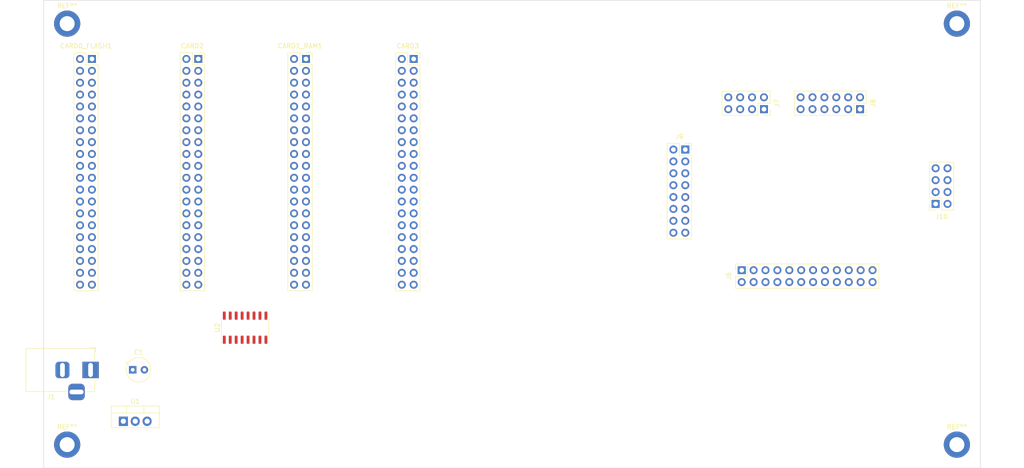
<source format=kicad_pcb>
(kicad_pcb (version 20211014) (generator pcbnew)
  (layers (0 "F.Cu" signal) (31 "B.Cu" signal) (34 "B.Paste" user) (35 "F.Paste" user) (36 "B.SilkS" user "B.Silkscreen") (37 "F.SilkS" user "F.Silkscreen") (38 "B.Mask" user) (39 "F.Mask" user) (44 "Edge.Cuts" user))
  (net 0 "")
  (net 1 "Net-(J1-Pad1)")
  (net 2 "/GND")
  (net 3 "/VCC")
  (net 13 "/A1")
  (net 14 "/A2")
  (net 15 "/A3")
  (net 16 "/RW")
  (net 17 "/A4")
  (net 19 "/A5")
  (net 21 "/A6")
  (net 23 "/A7")
  (net 25 "/A8")
  (net 27 "/A9")
  (net 29 "/A10")
  (net 31 "/A11")
  (net 33 "/A12")
  (net 34 "/D0")
  (net 35 "/A13")
  (net 36 "/D1")
  (net 37 "/A14")
  (net 38 "/D2")
  (net 39 "/A15")
  (net 40 "/D3")
  (net 41 "/A16")
  (net 42 "/D4")
  (net 43 "/A17")
  (net 44 "/D5")
  (net 45 "/A18")
  (net 46 "/D6")
  (net 47 "/A19")
  (net 48 "/D7")
  (net 49 "/A20")
  (net 74 "/A23")
  (net 75 "/A22")
  (net 76 "/A21")
  (net 77 "/D15")
  (net 78 "/D14")
  (net 79 "/D13")
  (net 80 "/D12")
  (net 81 "/D11")
  (net 82 "/D10")
  (net 83 "/D9")
  (net 84 "/D8")
  (net 85 "/E")
  (net 86 "/IPL2")
  (net 87 "/VMA")
  (net 88 "/IPL1")
  (net 89 "/VPA")
  (net 90 "/IPL0")
  (net 91 "/FC0")
  (net 92 "/HALT")
  (net 93 "/FC1")
  (net 94 "/RESET")
  (net 95 "/FC2")
  (net 96 "/BERR")
  (net 97 "/BR")
  (net 98 "/DTACK")
  (net 99 "/BG")
  (net 100 "/LDS")
  (net 101 "/BGACK")
  (net 102 "/UDS")
  (net 103 "/AS")
  (net 107 "/CLK")
  (net 108 "/CS3")
  (net 109 "/CS0")
  (net 110 "/CS1")
  (net 111 "/CS2")
  (footprint "Connector_BarrelJack:BarrelJack_Horizontal" (layer "F.Cu") (at 30 99.0425)
    (fp_text reference "J1" (at -8.45 5.75) (layer "F.SilkS"))
    (fp_text value "Barrel_Jack")
    (fp_line (start 0.9 -4.6) (end 0.9 -2) (layer "F.SilkS") (width 0.12))
    (fp_line (start -5 4.6) (end -13.8 4.6) (layer "F.SilkS") (width 0.12))
    (fp_line (start 0.9 4.6) (end -1 4.6) (layer "F.SilkS") (width 0.12))
    (fp_line (start -13.8 4.6) (end -13.8 -4.6) (layer "F.SilkS") (width 0.12))
    (fp_line (start 1.1 -3.75) (end 1.1 -4.8) (layer "F.SilkS") (width 0.12))
    (fp_line (start -13.8 -4.6) (end 0.9 -4.6) (layer "F.SilkS") (width 0.12))
    (fp_line (start 0.05 -4.8) (end 1.1 -4.8) (layer "F.SilkS") (width 0.12))
    (fp_line (start 0.9 1.9) (end 0.9 4.6) (layer "F.SilkS") (width 0.12))
    (pad "1" thru_hole rect (at 0 0) (size 3.5 3.5) (drill oval 1 3) (layers *.Cu *.Mask) (net 1 "Net-(J1-Pad1)"))
    (pad "2" thru_hole roundrect (at -6 0) (size 3 3.5) (drill oval 1 3) (layers *.Cu *.Mask) (net 2 "/GND"))
    (pad "3" thru_hole roundrect (at -3 4.7) (size 3.5 3.5) (drill oval 3 1) (layers *.Cu *.Mask))
  )
  (footprint "MountingHole:MountingHole_3.2mm_M3_DIN965_Pad" (layer "F.Cu") (at 25 25)
    (fp_text reference "REF**" (at 0 -3.8) (layer "F.SilkS"))
    (fp_text value "MountingHole_3.2mm_M3_DIN965_Pad")
    (pad "1" thru_hole circle (at 0 0) (size 5.6 5.6) (drill 3.2) (layers *.Cu *.Mask))
  )
  (footprint "Connector_PinSocket_2.54mm:PinSocket_2x20_P2.54mm_Vertical" (layer "F.Cu") (at 30.29 32.55)
    (fp_text reference "CARD0_FLASH1" (at -1.27 -2.77) (layer "F.SilkS"))
    (fp_text value "Conn_02x20_Odd_Even")
    (fp_line (start -3.87 -1.33) (end -3.87 49.59) (layer "F.SilkS") (width 0.12))
    (fp_line (start -1.27 1.27) (end 1.33 1.27) (layer "F.SilkS") (width 0.12))
    (fp_line (start 1.33 -1.33) (end 1.33 0) (layer "F.SilkS") (width 0.12))
    (fp_line (start -3.87 -1.33) (end -1.27 -1.33) (layer "F.SilkS") (width 0.12))
    (fp_line (start -3.87 49.59) (end 1.33 49.59) (layer "F.SilkS") (width 0.12))
    (fp_line (start 1.33 1.27) (end 1.33 49.59) (layer "F.SilkS") (width 0.12))
    (fp_line (start 0 -1.33) (end 1.33 -1.33) (layer "F.SilkS") (width 0.12))
    (fp_line (start -1.27 -1.33) (end -1.27 1.27) (layer "F.SilkS") (width 0.12))
    (pad "1" thru_hole rect (at 0 0) (size 1.7 1.7) (drill 1) (layers *.Cu *.Mask) (net 3 "/VCC"))
    (pad "2" thru_hole oval (at -2.54 0) (size 1.7 1.7) (drill 1) (layers *.Cu *.Mask) (net 13 "/A1"))
    (pad "3" thru_hole oval (at 0 2.54) (size 1.7 1.7) (drill 1) (layers *.Cu *.Mask) (net 2 "/GND"))
    (pad "4" thru_hole oval (at -2.54 2.54) (size 1.7 1.7) (drill 1) (layers *.Cu *.Mask) (net 14 "/A2"))
    (pad "5" thru_hole oval (at 0 5.08) (size 1.7 1.7) (drill 1) (layers *.Cu *.Mask) (net 109 "/CS0"))
    (pad "6" thru_hole oval (at -2.54 5.08) (size 1.7 1.7) (drill 1) (layers *.Cu *.Mask) (net 15 "/A3"))
    (pad "7" thru_hole oval (at 0 7.62) (size 1.7 1.7) (drill 1) (layers *.Cu *.Mask) (net 16 "/RW"))
    (pad "8" thru_hole oval (at -2.54 7.62) (size 1.7 1.7) (drill 1) (layers *.Cu *.Mask) (net 17 "/A4"))
    (pad "9" thru_hole oval (at 0 10.16) (size 1.7 1.7) (drill 1) (layers *.Cu *.Mask))
    (pad "10" thru_hole oval (at -2.54 10.16) (size 1.7 1.7) (drill 1) (layers *.Cu *.Mask) (net 19 "/A5"))
    (pad "11" thru_hole oval (at 0 12.7) (size 1.7 1.7) (drill 1) (layers *.Cu *.Mask))
    (pad "12" thru_hole oval (at -2.54 12.7) (size 1.7 1.7) (drill 1) (layers *.Cu *.Mask) (net 21 "/A6"))
    (pad "13" thru_hole oval (at 0 15.24) (size 1.7 1.7) (drill 1) (layers *.Cu *.Mask))
    (pad "14" thru_hole oval (at -2.54 15.24) (size 1.7 1.7) (drill 1) (layers *.Cu *.Mask) (net 23 "/A7"))
    (pad "15" thru_hole oval (at 0 17.78) (size 1.7 1.7) (drill 1) (layers *.Cu *.Mask))
    (pad "16" thru_hole oval (at -2.54 17.78) (size 1.7 1.7) (drill 1) (layers *.Cu *.Mask) (net 25 "/A8"))
    (pad "17" thru_hole oval (at 0 20.32) (size 1.7 1.7) (drill 1) (layers *.Cu *.Mask))
    (pad "18" thru_hole oval (at -2.54 20.32) (size 1.7 1.7) (drill 1) (layers *.Cu *.Mask) (net 27 "/A9"))
    (pad "19" thru_hole oval (at 0 22.86) (size 1.7 1.7) (drill 1) (layers *.Cu *.Mask))
    (pad "20" thru_hole oval (at -2.54 22.86) (size 1.7 1.7) (drill 1) (layers *.Cu *.Mask) (net 29 "/A10"))
    (pad "21" thru_hole oval (at 0 25.4) (size 1.7 1.7) (drill 1) (layers *.Cu *.Mask))
    (pad "22" thru_hole oval (at -2.54 25.4) (size 1.7 1.7) (drill 1) (layers *.Cu *.Mask) (net 31 "/A11"))
    (pad "23" thru_hole oval (at 0 27.94) (size 1.7 1.7) (drill 1) (layers *.Cu *.Mask))
    (pad "24" thru_hole oval (at -2.54 27.94) (size 1.7 1.7) (drill 1) (layers *.Cu *.Mask) (net 33 "/A12"))
    (pad "25" thru_hole oval (at 0 30.48) (size 1.7 1.7) (drill 1) (layers *.Cu *.Mask) (net 34 "/D0"))
    (pad "26" thru_hole oval (at -2.54 30.48) (size 1.7 1.7) (drill 1) (layers *.Cu *.Mask) (net 35 "/A13"))
    (pad "27" thru_hole oval (at 0 33.02) (size 1.7 1.7) (drill 1) (layers *.Cu *.Mask) (net 36 "/D1"))
    (pad "28" thru_hole oval (at -2.54 33.02) (size 1.7 1.7) (drill 1) (layers *.Cu *.Mask) (net 37 "/A14"))
    (pad "29" thru_hole oval (at 0 35.56) (size 1.7 1.7) (drill 1) (layers *.Cu *.Mask) (net 38 "/D2"))
    (pad "30" thru_hole oval (at -2.54 35.56) (size 1.7 1.7) (drill 1) (layers *.Cu *.Mask) (net 39 "/A15"))
    (pad "31" thru_hole oval (at 0 38.1) (size 1.7 1.7) (drill 1) (layers *.Cu *.Mask) (net 40 "/D3"))
    (pad "32" thru_hole oval (at -2.54 38.1) (size 1.7 1.7) (drill 1) (layers *.Cu *.Mask) (net 41 "/A16"))
    (pad "33" thru_hole oval (at 0 40.64) (size 1.7 1.7) (drill 1) (layers *.Cu *.Mask) (net 42 "/D4"))
    (pad "34" thru_hole oval (at -2.54 40.64) (size 1.7 1.7) (drill 1) (layers *.Cu *.Mask) (net 43 "/A17"))
    (pad "35" thru_hole oval (at 0 43.18) (size 1.7 1.7) (drill 1) (layers *.Cu *.Mask) (net 44 "/D5"))
    (pad "36" thru_hole oval (at -2.54 43.18) (size 1.7 1.7) (drill 1) (layers *.Cu *.Mask) (net 45 "/A18"))
    (pad "37" thru_hole oval (at 0 45.72) (size 1.7 1.7) (drill 1) (layers *.Cu *.Mask) (net 46 "/D6"))
    (pad "38" thru_hole oval (at -2.54 45.72) (size 1.7 1.7) (drill 1) (layers *.Cu *.Mask) (net 47 "/A19"))
    (pad "39" thru_hole oval (at 0 48.26) (size 1.7 1.7) (drill 1) (layers *.Cu *.Mask) (net 48 "/D7"))
    (pad "40" thru_hole oval (at -2.54 48.26) (size 1.7 1.7) (drill 1) (layers *.Cu *.Mask) (net 49 "/A20"))
  )
  (footprint "Connector_PinSocket_2.54mm:PinSocket_2x20_P2.54mm_Vertical" (layer "F.Cu") (at 76 32.55)
    (fp_text reference "CARD1_RAM1" (at -1.27 -2.77) (layer "F.SilkS"))
    (fp_text value "Conn_02x20_Odd_Even")
    (fp_line (start -3.87 -1.33) (end -3.87 49.59) (layer "F.SilkS") (width 0.12))
    (fp_line (start -1.27 -1.33) (end -1.27 1.27) (layer "F.SilkS") (width 0.12))
    (fp_line (start 1.33 -1.33) (end 1.33 0) (layer "F.SilkS") (width 0.12))
    (fp_line (start -3.87 -1.33) (end -1.27 -1.33) (layer "F.SilkS") (width 0.12))
    (fp_line (start 0 -1.33) (end 1.33 -1.33) (layer "F.SilkS") (width 0.12))
    (fp_line (start -3.87 49.59) (end 1.33 49.59) (layer "F.SilkS") (width 0.12))
    (fp_line (start -1.27 1.27) (end 1.33 1.27) (layer "F.SilkS") (width 0.12))
    (fp_line (start 1.33 1.27) (end 1.33 49.59) (layer "F.SilkS") (width 0.12))
    (pad "1" thru_hole rect (at 0 0) (size 1.7 1.7) (drill 1) (layers *.Cu *.Mask) (net 3 "/VCC"))
    (pad "2" thru_hole oval (at -2.54 0) (size 1.7 1.7) (drill 1) (layers *.Cu *.Mask) (net 13 "/A1"))
    (pad "3" thru_hole oval (at 0 2.54) (size 1.7 1.7) (drill 1) (layers *.Cu *.Mask) (net 2 "/GND"))
    (pad "4" thru_hole oval (at -2.54 2.54) (size 1.7 1.7) (drill 1) (layers *.Cu *.Mask) (net 14 "/A2"))
    (pad "5" thru_hole oval (at 0 5.08) (size 1.7 1.7) (drill 1) (layers *.Cu *.Mask) (net 110 "/CS1"))
    (pad "6" thru_hole oval (at -2.54 5.08) (size 1.7 1.7) (drill 1) (layers *.Cu *.Mask) (net 15 "/A3"))
    (pad "7" thru_hole oval (at 0 7.62) (size 1.7 1.7) (drill 1) (layers *.Cu *.Mask) (net 16 "/RW"))
    (pad "8" thru_hole oval (at -2.54 7.62) (size 1.7 1.7) (drill 1) (layers *.Cu *.Mask) (net 17 "/A4"))
    (pad "9" thru_hole oval (at 0 10.16) (size 1.7 1.7) (drill 1) (layers *.Cu *.Mask))
    (pad "10" thru_hole oval (at -2.54 10.16) (size 1.7 1.7) (drill 1) (layers *.Cu *.Mask) (net 19 "/A5"))
    (pad "11" thru_hole oval (at 0 12.7) (size 1.7 1.7) (drill 1) (layers *.Cu *.Mask))
    (pad "12" thru_hole oval (at -2.54 12.7) (size 1.7 1.7) (drill 1) (layers *.Cu *.Mask) (net 21 "/A6"))
    (pad "13" thru_hole oval (at 0 15.24) (size 1.7 1.7) (drill 1) (layers *.Cu *.Mask))
    (pad "14" thru_hole oval (at -2.54 15.24) (size 1.7 1.7) (drill 1) (layers *.Cu *.Mask) (net 23 "/A7"))
    (pad "15" thru_hole oval (at 0 17.78) (size 1.7 1.7) (drill 1) (layers *.Cu *.Mask))
    (pad "16" thru_hole oval (at -2.54 17.78) (size 1.7 1.7) (drill 1) (layers *.Cu *.Mask) (net 25 "/A8"))
    (pad "17" thru_hole oval (at 0 20.32) (size 1.7 1.7) (drill 1) (layers *.Cu *.Mask))
    (pad "18" thru_hole oval (at -2.54 20.32) (size 1.7 1.7) (drill 1) (layers *.Cu *.Mask) (net 27 "/A9"))
    (pad "19" thru_hole oval (at 0 22.86) (size 1.7 1.7) (drill 1) (layers *.Cu *.Mask))
    (pad "20" thru_hole oval (at -2.54 22.86) (size 1.7 1.7) (drill 1) (layers *.Cu *.Mask) (net 29 "/A10"))
    (pad "21" thru_hole oval (at 0 25.4) (size 1.7 1.7) (drill 1) (layers *.Cu *.Mask))
    (pad "22" thru_hole oval (at -2.54 25.4) (size 1.7 1.7) (drill 1) (layers *.Cu *.Mask) (net 31 "/A11"))
    (pad "23" thru_hole oval (at 0 27.94) (size 1.7 1.7) (drill 1) (layers *.Cu *.Mask))
    (pad "24" thru_hole oval (at -2.54 27.94) (size 1.7 1.7) (drill 1) (layers *.Cu *.Mask) (net 33 "/A12"))
    (pad "25" thru_hole oval (at 0 30.48) (size 1.7 1.7) (drill 1) (layers *.Cu *.Mask) (net 34 "/D0"))
    (pad "26" thru_hole oval (at -2.54 30.48) (size 1.7 1.7) (drill 1) (layers *.Cu *.Mask) (net 35 "/A13"))
    (pad "27" thru_hole oval (at 0 33.02) (size 1.7 1.7) (drill 1) (layers *.Cu *.Mask) (net 36 "/D1"))
    (pad "28" thru_hole oval (at -2.54 33.02) (size 1.7 1.7) (drill 1) (layers *.Cu *.Mask) (net 37 "/A14"))
    (pad "29" thru_hole oval (at 0 35.56) (size 1.7 1.7) (drill 1) (layers *.Cu *.Mask) (net 38 "/D2"))
    (pad "30" thru_hole oval (at -2.54 35.56) (size 1.7 1.7) (drill 1) (layers *.Cu *.Mask) (net 39 "/A15"))
    (pad "31" thru_hole oval (at 0 38.1) (size 1.7 1.7) (drill 1) (layers *.Cu *.Mask) (net 40 "/D3"))
    (pad "32" thru_hole oval (at -2.54 38.1) (size 1.7 1.7) (drill 1) (layers *.Cu *.Mask) (net 41 "/A16"))
    (pad "33" thru_hole oval (at 0 40.64) (size 1.7 1.7) (drill 1) (layers *.Cu *.Mask) (net 42 "/D4"))
    (pad "34" thru_hole oval (at -2.54 40.64) (size 1.7 1.7) (drill 1) (layers *.Cu *.Mask) (net 43 "/A17"))
    (pad "35" thru_hole oval (at 0 43.18) (size 1.7 1.7) (drill 1) (layers *.Cu *.Mask) (net 44 "/D5"))
    (pad "36" thru_hole oval (at -2.54 43.18) (size 1.7 1.7) (drill 1) (layers *.Cu *.Mask) (net 45 "/A18"))
    (pad "37" thru_hole oval (at 0 45.72) (size 1.7 1.7) (drill 1) (layers *.Cu *.Mask) (net 46 "/D6"))
    (pad "38" thru_hole oval (at -2.54 45.72) (size 1.7 1.7) (drill 1) (layers *.Cu *.Mask) (net 47 "/A19"))
    (pad "39" thru_hole oval (at 0 48.26) (size 1.7 1.7) (drill 1) (layers *.Cu *.Mask) (net 48 "/D7"))
    (pad "40" thru_hole oval (at -2.54 48.26) (size 1.7 1.7) (drill 1) (layers *.Cu *.Mask) (net 49 "/A20"))
  )
  (footprint "MountingHole:MountingHole_3.2mm_M3_DIN965_Pad" (layer "F.Cu") (at 215 115)
    (fp_text reference "REF**" (at 0 -3.8) (layer "F.SilkS"))
    (fp_text value "MountingHole_3.2mm_M3_DIN965_Pad")
    (pad "1" thru_hole circle (at 0 0) (size 5.6 5.6) (drill 3.2) (layers *.Cu *.Mask))
  )
  (footprint "Connector_PinSocket_2.54mm:PinSocket_2x20_P2.54mm_Vertical" (layer "F.Cu") (at 53 32.55)
    (fp_text reference "CARD2" (at -1.27 -2.77) (layer "F.SilkS"))
    (fp_text value "Conn_02x20_Odd_Even")
    (fp_line (start 1.33 1.27) (end 1.33 49.59) (layer "F.SilkS") (width 0.12))
    (fp_line (start 0 -1.33) (end 1.33 -1.33) (layer "F.SilkS") (width 0.12))
    (fp_line (start -3.87 -1.33) (end -3.87 49.59) (layer "F.SilkS") (width 0.12))
    (fp_line (start -3.87 49.59) (end 1.33 49.59) (layer "F.SilkS") (width 0.12))
    (fp_line (start -1.27 1.27) (end 1.33 1.27) (layer "F.SilkS") (width 0.12))
    (fp_line (start -1.27 -1.33) (end -1.27 1.27) (layer "F.SilkS") (width 0.12))
    (fp_line (start 1.33 -1.33) (end 1.33 0) (layer "F.SilkS") (width 0.12))
    (fp_line (start -3.87 -1.33) (end -1.27 -1.33) (layer "F.SilkS") (width 0.12))
    (pad "1" thru_hole rect (at 0 0) (size 1.7 1.7) (drill 1) (layers *.Cu *.Mask) (net 3 "/VCC"))
    (pad "2" thru_hole oval (at -2.54 0) (size 1.7 1.7) (drill 1) (layers *.Cu *.Mask) (net 13 "/A1"))
    (pad "3" thru_hole oval (at 0 2.54) (size 1.7 1.7) (drill 1) (layers *.Cu *.Mask) (net 2 "/GND"))
    (pad "4" thru_hole oval (at -2.54 2.54) (size 1.7 1.7) (drill 1) (layers *.Cu *.Mask) (net 14 "/A2"))
    (pad "5" thru_hole oval (at 0 5.08) (size 1.7 1.7) (drill 1) (layers *.Cu *.Mask) (net 111 "/CS2"))
    (pad "6" thru_hole oval (at -2.54 5.08) (size 1.7 1.7) (drill 1) (layers *.Cu *.Mask) (net 15 "/A3"))
    (pad "7" thru_hole oval (at 0 7.62) (size 1.7 1.7) (drill 1) (layers *.Cu *.Mask) (net 16 "/RW"))
    (pad "8" thru_hole oval (at -2.54 7.62) (size 1.7 1.7) (drill 1) (layers *.Cu *.Mask) (net 17 "/A4"))
    (pad "9" thru_hole oval (at 0 10.16) (size 1.7 1.7) (drill 1) (layers *.Cu *.Mask))
    (pad "10" thru_hole oval (at -2.54 10.16) (size 1.7 1.7) (drill 1) (layers *.Cu *.Mask) (net 19 "/A5"))
    (pad "11" thru_hole oval (at 0 12.7) (size 1.7 1.7) (drill 1) (layers *.Cu *.Mask))
    (pad "12" thru_hole oval (at -2.54 12.7) (size 1.7 1.7) (drill 1) (layers *.Cu *.Mask) (net 21 "/A6"))
    (pad "13" thru_hole oval (at 0 15.24) (size 1.7 1.7) (drill 1) (layers *.Cu *.Mask))
    (pad "14" thru_hole oval (at -2.54 15.24) (size 1.7 1.7) (drill 1) (layers *.Cu *.Mask) (net 23 "/A7"))
    (pad "15" thru_hole oval (at 0 17.78) (size 1.7 1.7) (drill 1) (layers *.Cu *.Mask))
    (pad "16" thru_hole oval (at -2.54 17.78) (size 1.7 1.7) (drill 1) (layers *.Cu *.Mask) (net 25 "/A8"))
    (pad "17" thru_hole oval (at 0 20.32) (size 1.7 1.7) (drill 1) (layers *.Cu *.Mask))
    (pad "18" thru_hole oval (at -2.54 20.32) (size 1.7 1.7) (drill 1) (layers *.Cu *.Mask) (net 27 "/A9"))
    (pad "19" thru_hole oval (at 0 22.86) (size 1.7 1.7) (drill 1) (layers *.Cu *.Mask))
    (pad "20" thru_hole oval (at -2.54 22.86) (size 1.7 1.7) (drill 1) (layers *.Cu *.Mask) (net 29 "/A10"))
    (pad "21" thru_hole oval (at 0 25.4) (size 1.7 1.7) (drill 1) (layers *.Cu *.Mask))
    (pad "22" thru_hole oval (at -2.54 25.4) (size 1.7 1.7) (drill 1) (layers *.Cu *.Mask) (net 31 "/A11"))
    (pad "23" thru_hole oval (at 0 27.94) (size 1.7 1.7) (drill 1) (layers *.Cu *.Mask))
    (pad "24" thru_hole oval (at -2.54 27.94) (size 1.7 1.7) (drill 1) (layers *.Cu *.Mask) (net 33 "/A12"))
    (pad "25" thru_hole oval (at 0 30.48) (size 1.7 1.7) (drill 1) (layers *.Cu *.Mask) (net 34 "/D0"))
    (pad "26" thru_hole oval (at -2.54 30.48) (size 1.7 1.7) (drill 1) (layers *.Cu *.Mask) (net 35 "/A13"))
    (pad "27" thru_hole oval (at 0 33.02) (size 1.7 1.7) (drill 1) (layers *.Cu *.Mask) (net 36 "/D1"))
    (pad "28" thru_hole oval (at -2.54 33.02) (size 1.7 1.7) (drill 1) (layers *.Cu *.Mask) (net 37 "/A14"))
    (pad "29" thru_hole oval (at 0 35.56) (size 1.7 1.7) (drill 1) (layers *.Cu *.Mask) (net 38 "/D2"))
    (pad "30" thru_hole oval (at -2.54 35.56) (size 1.7 1.7) (drill 1) (layers *.Cu *.Mask) (net 39 "/A15"))
    (pad "31" thru_hole oval (at 0 38.1) (size 1.7 1.7) (drill 1) (layers *.Cu *.Mask) (net 40 "/D3"))
    (pad "32" thru_hole oval (at -2.54 38.1) (size 1.7 1.7) (drill 1) (layers *.Cu *.Mask) (net 41 "/A16"))
    (pad "33" thru_hole oval (at 0 40.64) (size 1.7 1.7) (drill 1) (layers *.Cu *.Mask) (net 42 "/D4"))
    (pad "34" thru_hole oval (at -2.54 40.64) (size 1.7 1.7) (drill 1) (layers *.Cu *.Mask) (net 43 "/A17"))
    (pad "35" thru_hole oval (at 0 43.18) (size 1.7 1.7) (drill 1) (layers *.Cu *.Mask) (net 44 "/D5"))
    (pad "36" thru_hole oval (at -2.54 43.18) (size 1.7 1.7) (drill 1) (layers *.Cu *.Mask) (net 45 "/A18"))
    (pad "37" thru_hole oval (at 0 45.72) (size 1.7 1.7) (drill 1) (layers *.Cu *.Mask) (net 46 "/D6"))
    (pad "38" thru_hole oval (at -2.54 45.72) (size 1.7 1.7) (drill 1) (layers *.Cu *.Mask) (net 47 "/A19"))
    (pad "39" thru_hole oval (at 0 48.26) (size 1.7 1.7) (drill 1) (layers *.Cu *.Mask) (net 48 "/D7"))
    (pad "40" thru_hole oval (at -2.54 48.26) (size 1.7 1.7) (drill 1) (layers *.Cu *.Mask) (net 49 "/A20"))
  )
  (footprint "Connector_PinSocket_2.54mm:PinSocket_2x04_P2.54mm_Vertical" (layer "F.Cu") (at 210.46 63.54 180)
    (fp_text reference "J10" (at -1.27 -2.77) (layer "F.SilkS"))
    (fp_text value "Conn_02x04_Odd_Even")
    (fp_line (start 1.33 1.27) (end 1.33 8.95) (layer "F.SilkS") (width 0.12))
    (fp_line (start -3.87 -1.33) (end -1.27 -1.33) (layer "F.SilkS") (width 0.12))
    (fp_line (start 0 -1.33) (end 1.33 -1.33) (layer "F.SilkS") (width 0.12))
    (fp_line (start -3.87 -1.33) (end -3.87 8.95) (layer "F.SilkS") (width 0.12))
    (fp_line (start -1.27 1.27) (end 1.33 1.27) (layer "F.SilkS") (width 0.12))
    (fp_line (start -3.87 8.95) (end 1.33 8.95) (layer "F.SilkS") (width 0.12))
    (fp_line (start -1.27 -1.33) (end -1.27 1.27) (layer "F.SilkS") (width 0.12))
    (fp_line (start 1.33 -1.33) (end 1.33 0) (layer "F.SilkS") (width 0.12))
    (pad "1" thru_hole rect (at 0 0 180) (size 1.7 1.7) (drill 1) (layers *.Cu *.Mask) (net 2 "/GND"))
    (pad "2" thru_hole oval (at -2.54 0 180) (size 1.7 1.7) (drill 1) (layers *.Cu *.Mask) (net 2 "/GND"))
    (pad "3" thru_hole oval (at 0 2.54 180) (size 1.7 1.7) (drill 1) (layers *.Cu *.Mask))
    (pad "4" thru_hole oval (at -2.54 2.54 180) (size 1.7 1.7) (drill 1) (layers *.Cu *.Mask))
    (pad "5" thru_hole oval (at 0 5.08 180) (size 1.7 1.7) (drill 1) (layers *.Cu *.Mask))
    (pad "6" thru_hole oval (at -2.54 5.08 180) (size 1.7 1.7) (drill 1) (layers *.Cu *.Mask) (net 3 "/VCC"))
    (pad "7" thru_hole oval (at 0 7.62 180) (size 1.7 1.7) (drill 1) (layers *.Cu *.Mask) (net 107 "/CLK"))
    (pad "8" thru_hole oval (at -2.54 7.62 180) (size 1.7 1.7) (drill 1) (layers *.Cu *.Mask) (net 3 "/VCC"))
  )
  (footprint "Package_SO:SO-16_3.9x9.9mm_P1.27mm" (layer "F.Cu") (at 63 90 90)
    (fp_text reference "U2" (at 0 -5.9 90) (layer "F.SilkS"))
    (fp_text value "74HC4051")
    (fp_line (start 0 5.06) (end 1.95 5.06) (layer "F.SilkS") (width 0.12))
    (fp_line (start 0 -5.06) (end -3.45 -5.06) (layer "F.SilkS") (width 0.12))
    (fp_line (start 0 5.06) (end -1.95 5.06) (layer "F.SilkS") (width 0.12))
    (fp_line (start 0 -5.06) (end 1.95 -5.06) (layer "F.SilkS") (width 0.12))
    (pad "1" smd roundrect (at -2.575 -4.445 90) (size 1.75 0.6) (layers "F.Cu" "F.Paste" "F.Mask"))
    (pad "2" smd roundrect (at -2.575 -3.175 90) (size 1.75 0.6) (layers "F.Cu" "F.Paste" "F.Mask"))
    (pad "3" smd roundrect (at -2.575 -1.905 90) (size 1.75 0.6) (layers "F.Cu" "F.Paste" "F.Mask"))
    (pad "4" smd roundrect (at -2.575 -0.635 90) (size 1.75 0.6) (layers "F.Cu" "F.Paste" "F.Mask"))
    (pad "5" smd roundrect (at -2.575 0.635 90) (size 1.75 0.6) (layers "F.Cu" "F.Paste" "F.Mask"))
    (pad "6" smd roundrect (at -2.575 1.905 90) (size 1.75 0.6) (layers "F.Cu" "F.Paste" "F.Mask") (net 2 "/GND"))
    (pad "7" smd roundrect (at -2.575 3.175 90) (size 1.75 0.6) (layers "F.Cu" "F.Paste" "F.Mask"))
    (pad "8" smd roundrect (at -2.575 4.445 90) (size 1.75 0.6) (layers "F.Cu" "F.Paste" "F.Mask") (net 2 "/GND"))
    (pad "9" smd roundrect (at 2.575 4.445 90) (size 1.75 0.6) (layers "F.Cu" "F.Paste" "F.Mask"))
    (pad "10" smd roundrect (at 2.575 3.175 90) (size 1.75 0.6) (layers "F.Cu" "F.Paste" "F.Mask"))
    (pad "11" smd roundrect (at 2.575 1.905 90) (size 1.75 0.6) (layers "F.Cu" "F.Paste" "F.Mask"))
    (pad "12" smd roundrect (at 2.575 0.635 90) (size 1.75 0.6) (layers "F.Cu" "F.Paste" "F.Mask") (net 108 "/CS3"))
    (pad "13" smd roundrect (at 2.575 -0.635 90) (size 1.75 0.6) (layers "F.Cu" "F.Paste" "F.Mask") (net 109 "/CS0"))
    (pad "14" smd roundrect (at 2.575 -1.905 90) (size 1.75 0.6) (layers "F.Cu" "F.Paste" "F.Mask") (net 110 "/CS1"))
    (pad "15" smd roundrect (at 2.575 -3.175 90) (size 1.75 0.6) (layers "F.Cu" "F.Paste" "F.Mask") (net 111 "/CS2"))
    (pad "16" smd roundrect (at 2.575 -4.445 90) (size 1.75 0.6) (layers "F.Cu" "F.Paste" "F.Mask") (net 3 "/VCC"))
  )
  (footprint "Connector_PinSocket_2.54mm:PinSocket_2x20_P2.54mm_Vertical" (layer "F.Cu") (at 99 32.55)
    (fp_text reference "CARD3" (at -1.27 -2.77) (layer "F.SilkS"))
    (fp_text value "Conn_02x20_Odd_Even")
    (fp_line (start 1.33 -1.33) (end 1.33 0) (layer "F.SilkS") (width 0.12))
    (fp_line (start -3.87 -1.33) (end -3.87 49.59) (layer "F.SilkS") (width 0.12))
    (fp_line (start -3.87 49.59) (end 1.33 49.59) (layer "F.SilkS") (width 0.12))
    (fp_line (start -3.87 -1.33) (end -1.27 -1.33) (layer "F.SilkS") (width 0.12))
    (fp_line (start -1.27 1.27) (end 1.33 1.27) (layer "F.SilkS") (width 0.12))
    (fp_line (start 0 -1.33) (end 1.33 -1.33) (layer "F.SilkS") (width 0.12))
    (fp_line (start 1.33 1.27) (end 1.33 49.59) (layer "F.SilkS") (width 0.12))
    (fp_line (start -1.27 -1.33) (end -1.27 1.27) (layer "F.SilkS") (width 0.12))
    (pad "1" thru_hole rect (at 0 0) (size 1.7 1.7) (drill 1) (layers *.Cu *.Mask) (net 3 "/VCC"))
    (pad "2" thru_hole oval (at -2.54 0) (size 1.7 1.7) (drill 1) (layers *.Cu *.Mask) (net 13 "/A1"))
    (pad "3" thru_hole oval (at 0 2.54) (size 1.7 1.7) (drill 1) (layers *.Cu *.Mask) (net 2 "/GND"))
    (pad "4" thru_hole oval (at -2.54 2.54) (size 1.7 1.7) (drill 1) (layers *.Cu *.Mask) (net 14 "/A2"))
    (pad "5" thru_hole oval (at 0 5.08) (size 1.7 1.7) (drill 1) (layers *.Cu *.Mask) (net 108 "/CS3"))
    (pad "6" thru_hole oval (at -2.54 5.08) (size 1.7 1.7) (drill 1) (layers *.Cu *.Mask) (net 15 "/A3"))
    (pad "7" thru_hole oval (at 0 7.62) (size 1.7 1.7) (drill 1) (layers *.Cu *.Mask) (net 16 "/RW"))
    (pad "8" thru_hole oval (at -2.54 7.62) (size 1.7 1.7) (drill 1) (layers *.Cu *.Mask) (net 17 "/A4"))
    (pad "9" thru_hole oval (at 0 10.16) (size 1.7 1.7) (drill 1) (layers *.Cu *.Mask))
    (pad "10" thru_hole oval (at -2.54 10.16) (size 1.7 1.7) (drill 1) (layers *.Cu *.Mask) (net 19 "/A5"))
    (pad "11" thru_hole oval (at 0 12.7) (size 1.7 1.7) (drill 1) (layers *.Cu *.Mask))
    (pad "12" thru_hole oval (at -2.54 12.7) (size 1.7 1.7) (drill 1) (layers *.Cu *.Mask) (net 21 "/A6"))
    (pad "13" thru_hole oval (at 0 15.24) (size 1.7 1.7) (drill 1) (layers *.Cu *.Mask))
    (pad "14" thru_hole oval (at -2.54 15.24) (size 1.7 1.7) (drill 1) (layers *.Cu *.Mask) (net 23 "/A7"))
    (pad "15" thru_hole oval (at 0 17.78) (size 1.7 1.7) (drill 1) (layers *.Cu *.Mask))
    (pad "16" thru_hole oval (at -2.54 17.78) (size 1.7 1.7) (drill 1) (layers *.Cu *.Mask) (net 25 "/A8"))
    (pad "17" thru_hole oval (at 0 20.32) (size 1.7 1.7) (drill 1) (layers *.Cu *.Mask))
    (pad "18" thru_hole oval (at -2.54 20.32) (size 1.7 1.7) (drill 1) (layers *.Cu *.Mask) (net 27 "/A9"))
    (pad "19" thru_hole oval (at 0 22.86) (size 1.7 1.7) (drill 1) (layers *.Cu *.Mask))
    (pad "20" thru_hole oval (at -2.54 22.86) (size 1.7 1.7) (drill 1) (layers *.Cu *.Mask) (net 29 "/A10"))
    (pad "21" thru_hole oval (at 0 25.4) (size 1.7 1.7) (drill 1) (layers *.Cu *.Mask))
    (pad "22" thru_hole oval (at -2.54 25.4) (size 1.7 1.7) (drill 1) (layers *.Cu *.Mask) (net 31 "/A11"))
    (pad "23" thru_hole oval (at 0 27.94) (size 1.7 1.7) (drill 1) (layers *.Cu *.Mask))
    (pad "24" thru_hole oval (at -2.54 27.94) (size 1.7 1.7) (drill 1) (layers *.Cu *.Mask) (net 33 "/A12"))
    (pad "25" thru_hole oval (at 0 30.48) (size 1.7 1.7) (drill 1) (layers *.Cu *.Mask) (net 34 "/D0"))
    (pad "26" thru_hole oval (at -2.54 30.48) (size 1.7 1.7) (drill 1) (layers *.Cu *.Mask) (net 35 "/A13"))
    (pad "27" thru_hole oval (at 0 33.02) (size 1.7 1.7) (drill 1) (layers *.Cu *.Mask) (net 36 "/D1"))
    (pad "28" thru_hole oval (at -2.54 33.02) (size 1.7 1.7) (drill 1) (layers *.Cu *.Mask) (net 37 "/A14"))
    (pad "29" thru_hole oval (at 0 35.56) (size 1.7 1.7) (drill 1) (layers *.Cu *.Mask) (net 38 "/D2"))
    (pad "30" thru_hole oval (at -2.54 35.56) (size 1.7 1.7) (drill 1) (layers *.Cu *.Mask) (net 39 "/A15"))
    (pad "31" thru_hole oval (at 0 38.1) (size 1.7 1.7) (drill 1) (layers *.Cu *.Mask) (net 40 "/D3"))
    (pad "32" thru_hole oval (at -2.54 38.1) (size 1.7 1.7) (drill 1) (layers *.Cu *.Mask) (net 41 "/A16"))
    (pad "33" thru_hole oval (at 0 40.64) (size 1.7 1.7) (drill 1) (layers *.Cu *.Mask) (net 42 "/D4"))
    (pad "34" thru_hole oval (at -2.54 40.64) (size 1.7 1.7) (drill 1) (layers *.Cu *.Mask) (net 43 "/A17"))
    (pad "35" thru_hole oval (at 0 43.18) (size 1.7 1.7) (drill 1) (layers *.Cu *.Mask) (net 44 "/D5"))
    (pad "36" thru_hole oval (at -2.54 43.18) (size 1.7 1.7) (drill 1) (layers *.Cu *.Mask) (net 45 "/A18"))
    (pad "37" thru_hole oval (at 0 45.72) (size 1.7 1.7) (drill 1) (layers *.Cu *.Mask) (net 46 "/D6"))
    (pad "38" thru_hole oval (at -2.54 45.72) (size 1.7 1.7) (drill 1) (layers *.Cu *.Mask) (net 47 "/A19"))
    (pad "39" thru_hole oval (at 0 48.26) (size 1.7 1.7) (drill 1) (layers *.Cu *.Mask) (net 48 "/D7"))
    (pad "40" thru_hole oval (at -2.54 48.26) (size 1.7 1.7) (drill 1) (layers *.Cu *.Mask) (net 49 "/A20"))
  )
  (footprint "Connector_PinSocket_2.54mm:PinSocket_2x08_P2.54mm_Vertical" (layer "F.Cu") (at 157 51.92)
    (fp_text reference "J9" (at -1.27 -2.77) (layer "F.SilkS"))
    (fp_text value "Conn_02x08_Odd_Even")
    (fp_line (start -3.87 -1.33) (end -1.27 -1.33) (layer "F.SilkS") (width 0.12))
    (fp_line (start -1.27 -1.33) (end -1.27 1.27) (layer "F.SilkS") (width 0.12))
    (fp_line (start 0 -1.33) (end 1.33 -1.33) (layer "F.SilkS") (width 0.12))
    (fp_line (start -1.27 1.27) (end 1.33 1.27) (layer "F.SilkS") (width 0.12))
    (fp_line (start -3.87 19.11) (end 1.33 19.11) (layer "F.SilkS") (width 0.12))
    (fp_line (start 1.33 -1.33) (end 1.33 0) (layer "F.SilkS") (width 0.12))
    (fp_line (start 1.33 1.27) (end 1.33 19.11) (layer "F.SilkS") (width 0.12))
    (fp_line (start -3.87 -1.33) (end -3.87 19.11) (layer "F.SilkS") (width 0.12))
    (pad "1" thru_hole rect (at 0 0) (size 1.7 1.7) (drill 1) (layers *.Cu *.Mask) (net 34 "/D0"))
    (pad "2" thru_hole oval (at -2.54 0) (size 1.7 1.7) (drill 1) (layers *.Cu *.Mask) (net 77 "/D15"))
    (pad "3" thru_hole oval (at 0 2.54) (size 1.7 1.7) (drill 1) (layers *.Cu *.Mask) (net 36 "/D1"))
    (pad "4" thru_hole oval (at -2.54 2.54) (size 1.7 1.7) (drill 1) (layers *.Cu *.Mask) (net 78 "/D14"))
    (pad "5" thru_hole oval (at 0 5.08) (size 1.7 1.7) (drill 1) (layers *.Cu *.Mask) (net 38 "/D2"))
    (pad "6" thru_hole oval (at -2.54 5.08) (size 1.7 1.7) (drill 1) (layers *.Cu *.Mask) (net 79 "/D13"))
    (pad "7" thru_hole oval (at 0 7.62) (size 1.7 1.7) (drill 1) (layers *.Cu *.Mask) (net 40 "/D3"))
    (pad "8" thru_hole oval (at -2.54 7.62) (size 1.7 1.7) (drill 1) (layers *.Cu *.Mask) (net 80 "/D12"))
    (pad "9" thru_hole oval (at 0 10.16) (size 1.7 1.7) (drill 1) (layers *.Cu *.Mask) (net 42 "/D4"))
    (pad "10" thru_hole oval (at -2.54 10.16) (size 1.7 1.7) (drill 1) (layers *.Cu *.Mask) (net 81 "/D11"))
    (pad "11" thru_hole oval (at 0 12.7) (size 1.7 1.7) (drill 1) (layers *.Cu *.Mask) (net 44 "/D5"))
    (pad "12" thru_hole oval (at -2.54 12.7) (size 1.7 1.7) (drill 1) (layers *.Cu *.Mask) (net 82 "/D10"))
    (pad "13" thru_hole oval (at 0 15.24) (size 1.7 1.7) (drill 1) (layers *.Cu *.Mask) (net 46 "/D6"))
    (pad "14" thru_hole oval (at -2.54 15.24) (size 1.7 1.7) (drill 1) (layers *.Cu *.Mask) (net 83 "/D9"))
    (pad "15" thru_hole oval (at 0 17.78) (size 1.7 1.7) (drill 1) (layers *.Cu *.Mask) (net 48 "/D7"))
    (pad "16" thru_hole oval (at -2.54 17.78) (size 1.7 1.7) (drill 1) (layers *.Cu *.Mask) (net 84 "/D8"))
  )
  (footprint "MountingHole:MountingHole_3.2mm_M3_DIN965_Pad" (layer "F.Cu") (at 215 25)
    (fp_text reference "REF**" (at 0 -3.8) (layer "F.SilkS"))
    (fp_text value "MountingHole_3.2mm_M3_DIN965_Pad")
    (pad "1" thru_hole circle (at 0 0) (size 5.6 5.6) (drill 3.2) (layers *.Cu *.Mask))
  )
  (footprint "Connector_PinSocket_2.54mm:PinSocket_2x04_P2.54mm_Vertical" (layer "F.Cu") (at 173.8 43.29 -90)
    (fp_text reference "J7" (at -1.27 -2.77 90) (layer "F.SilkS"))
    (fp_text value "Conn_02x04_Odd_Even")
    (fp_line (start 1.33 1.27) (end 1.33 8.95) (layer "F.SilkS") (width 0.12))
    (fp_line (start -1.27 1.27) (end 1.33 1.27) (layer "F.SilkS") (width 0.12))
    (fp_line (start -3.87 -1.33) (end -3.87 8.95) (layer "F.SilkS") (width 0.12))
    (fp_line (start -1.27 -1.33) (end -1.27 1.27) (layer "F.SilkS") (width 0.12))
    (fp_line (start 0 -1.33) (end 1.33 -1.33) (layer "F.SilkS") (width 0.12))
    (fp_line (start -3.87 8.95) (end 1.33 8.95) (layer "F.SilkS") (width 0.12))
    (fp_line (start 1.33 -1.33) (end 1.33 0) (layer "F.SilkS") (width 0.12))
    (fp_line (start -3.87 -1.33) (end -1.27 -1.33) (layer "F.SilkS") (width 0.12))
    (pad "1" thru_hole rect (at 0 0 270) (size 1.7 1.7) (drill 1) (layers *.Cu *.Mask) (net 97 "/BR"))
    (pad "2" thru_hole oval (at -2.54 0 270) (size 1.7 1.7) (drill 1) (layers *.Cu *.Mask) (net 98 "/DTACK"))
    (pad "3" thru_hole oval (at 0 2.54 270) (size 1.7 1.7) (drill 1) (layers *.Cu *.Mask) (net 99 "/BG"))
    (pad "4" thru_hole oval (at -2.54 2.54 270) (size 1.7 1.7) (drill 1) (layers *.Cu *.Mask) (net 100 "/LDS"))
    (pad "5" thru_hole oval (at 0 5.08 270) (size 1.7 1.7) (drill 1) (layers *.Cu *.Mask) (net 101 "/BGACK"))
    (pad "6" thru_hole oval (at -2.54 5.08 270) (size 1.7 1.7) (drill 1) (layers *.Cu *.Mask) (net 102 "/UDS"))
    (pad "7" thru_hole oval (at 0 7.62 270) (size 1.7 1.7) (drill 1) (layers *.Cu *.Mask) (net 103 "/AS"))
    (pad "8" thru_hole oval (at -2.54 7.62 270) (size 1.7 1.7) (drill 1) (layers *.Cu *.Mask) (net 16 "/RW"))
  )
  (footprint "MountingHole:MountingHole_3.2mm_M3_DIN965_Pad" (layer "F.Cu") (at 25 115)
    (fp_text reference "REF**" (at 0 -3.8) (layer "F.SilkS"))
    (fp_text value "MountingHole_3.2mm_M3_DIN965_Pad")
    (pad "1" thru_hole circle (at 0 0) (size 5.6 5.6) (drill 3.2) (layers *.Cu *.Mask))
  )
  (footprint "Capacitor_THT:CP_Radial_Tantal_D5.0mm_P2.50mm" (layer "F.Cu") (at 39 99)
    (fp_text reference "C1" (at 1.25 -3.75) (layer "F.SilkS"))
    (fp_text value "100nF")
    (fp_line (start -1.304775 -1.725) (end -1.304775 -1.225) (layer "F.SilkS") (width 0.12))
    (fp_line (start -1.554775 -1.475) (end -1.054775 -1.475) (layer "F.SilkS") (width 0.12))
    (fp_circle (center 1.25 0) (end 3.87 0) (layer "F.SilkS") (width 0.12) (fill none))
    (pad "1" thru_hole rect (at 0 0) (size 1.6 1.6) (drill 0.8) (layers *.Cu *.Mask) (net 3 "/VCC"))
    (pad "2" thru_hole circle (at 2.5 0) (size 1.6 1.6) (drill 0.8) (layers *.Cu *.Mask) (net 2 "/GND"))
  )
  (footprint "Connector_PinSocket_2.54mm:PinSocket_2x06_P2.54mm_Vertical" (layer "F.Cu") (at 194.325 43.29 -90)
    (fp_text reference "J8" (at -1.27 -2.77 90) (layer "F.SilkS"))
    (fp_text value "Conn_02x06_Odd_Even")
    (fp_line (start -1.27 -1.33) (end -1.27 1.27) (layer "F.SilkS") (width 0.12))
    (fp_line (start -3.87 14.03) (end 1.33 14.03) (layer "F.SilkS") (width 0.12))
    (fp_line (start 1.33 -1.33) (end 1.33 0) (layer "F.SilkS") (width 0.12))
    (fp_line (start 0 -1.33) (end 1.33 -1.33) (layer "F.SilkS") (width 0.12))
    (fp_line (start -3.87 -1.33) (end -3.87 14.03) (layer "F.SilkS") (width 0.12))
    (fp_line (start 1.33 1.27) (end 1.33 14.03) (layer "F.SilkS") (width 0.12))
    (fp_line (start -3.87 -1.33) (end -1.27 -1.33) (layer "F.SilkS") (width 0.12))
    (fp_line (start -1.27 1.27) (end 1.33 1.27) (layer "F.SilkS") (width 0.12))
    (pad "1" thru_hole rect (at 0 0 270) (size 1.7 1.7) (drill 1) (layers *.Cu *.Mask) (net 85 "/E"))
    (pad "2" thru_hole oval (at -2.54 0 270) (size 1.7 1.7) (drill 1) (layers *.Cu *.Mask) (net 86 "/IPL2"))
    (pad "3" thru_hole oval (at 0 2.54 270) (size 1.7 1.7) (drill 1) (layers *.Cu *.Mask) (net 87 "/VMA"))
    (pad "4" thru_hole oval (at -2.54 2.54 270) (size 1.7 1.7) (drill 1) (layers *.Cu *.Mask) (net 88 "/IPL1"))
    (pad "5" thru_hole oval (at 0 5.08 270) (size 1.7 1.7) (drill 1) (layers *.Cu *.Mask) (net 89 "/VPA"))
    (pad "6" thru_hole oval (at -2.54 5.08 270) (size 1.7 1.7) (drill 1) (layers *.Cu *.Mask) (net 90 "/IPL0"))
    (pad "7" thru_hole oval (at 0 7.62 270) (size 1.7 1.7) (drill 1) (layers *.Cu *.Mask) (net 91 "/FC0"))
    (pad "8" thru_hole oval (at -2.54 7.62 270) (size 1.7 1.7) (drill 1) (layers *.Cu *.Mask) (net 92 "/HALT"))
    (pad "9" thru_hole oval (at 0 10.16 270) (size 1.7 1.7) (drill 1) (layers *.Cu *.Mask) (net 93 "/FC1"))
    (pad "10" thru_hole oval (at -2.54 10.16 270) (size 1.7 1.7) (drill 1) (layers *.Cu *.Mask) (net 94 "/RESET"))
    (pad "11" thru_hole oval (at 0 12.7 270) (size 1.7 1.7) (drill 1) (layers *.Cu *.Mask) (net 95 "/FC2"))
    (pad "12" thru_hole oval (at -2.54 12.7 270) (size 1.7 1.7) (drill 1) (layers *.Cu *.Mask) (net 96 "/BERR"))
  )
  (footprint "Package_TO_SOT_THT:TO-220-3_Vertical" (layer "F.Cu") (at 37 110)
    (fp_text reference "U1" (at 2.54 -4.27) (layer "F.SilkS"))
    (fp_text value "LM7805_TO220")
    (fp_line (start -2.58 1.371) (end 7.66 1.371) (layer "F.SilkS") (width 0.12))
    (fp_line (start -2.58 -1.76) (end 7.66 -1.76) (layer "F.SilkS") (width 0.12))
    (fp_line (start -2.58 -3.27) (end -2.58 1.371) (layer "F.SilkS") (width 0.12))
    (fp_line (start 0.69 -3.27) (end 0.69 -1.76) (layer "F.SilkS") (width 0.12))
    (fp_line (start 7.66 -3.27) (end 7.66 1.371) (layer "F.SilkS") (width 0.12))
    (fp_line (start -2.58 -3.27) (end 7.66 -3.27) (layer "F.SilkS") (width 0.12))
    (fp_line (start 4.391 -3.27) (end 4.391 -1.76) (layer "F.SilkS") (width 0.12))
    (pad "1" thru_hole rect (at 0 0) (size 1.905 2) (drill 1.1) (layers *.Cu *.Mask) (net 1 "Net-(J1-Pad1)"))
    (pad "2" thru_hole oval (at 2.54 0) (size 1.905 2) (drill 1.1) (layers *.Cu *.Mask) (net 2 "/GND"))
    (pad "3" thru_hole oval (at 5.08 0) (size 1.905 2) (drill 1.1) (layers *.Cu *.Mask) (net 3 "/VCC"))
  )
  (footprint "Connector_PinSocket_2.54mm:PinSocket_2x12_P2.54mm_Vertical" (layer "F.Cu") (at 169.05 77.71 90)
    (fp_text reference "J6" (at -1.27 -2.77 90) (layer "F.SilkS"))
    (fp_text value "Conn_02x12_Odd_Even")
    (fp_line (start -3.87 29.27) (end 1.33 29.27) (layer "F.SilkS") (width 0.12))
    (fp_line (start -1.27 -1.33) (end -1.27 1.27) (layer "F.SilkS") (width 0.12))
    (fp_line (start 1.33 1.27) (end 1.33 29.27) (layer "F.SilkS") (width 0.12))
    (fp_line (start -3.87 -1.33) (end -1.27 -1.33) (layer "F.SilkS") (width 0.12))
    (fp_line (start -1.27 1.27) (end 1.33 1.27) (layer "F.SilkS") (width 0.12))
    (fp_line (start 1.33 -1.33) (end 1.33 0) (layer "F.SilkS") (width 0.12))
    (fp_line (start -3.87 -1.33) (end -3.87 29.27) (layer "F.SilkS") (width 0.12))
    (fp_line (start 0 -1.33) (end 1.33 -1.33) (layer "F.SilkS") (width 0.12))
    (pad "1" thru_hole rect (at 0 0 90) (size 1.7 1.7) (drill 1) (layers *.Cu *.Mask) (net 13 "/A1"))
    (pad "2" thru_hole oval (at -2.54 0 90) (size 1.7 1.7) (drill 1) (layers *.Cu *.Mask) (net 2 "/GND"))
    (pad "3" thru_hole oval (at 0 2.54 90) (size 1.7 1.7) (drill 1) (layers *.Cu *.Mask) (net 14 "/A2"))
    (pad "4" thru_hole oval (at -2.54 2.54 90) (size 1.7 1.7) (drill 1) (layers *.Cu *.Mask) (net 74 "/A23"))
    (pad "5" thru_hole oval (at 0 5.08 90) (size 1.7 1.7) (drill 1) (layers *.Cu *.Mask) (net 15 "/A3"))
    (pad "6" thru_hole oval (at -2.54 5.08 90) (size 1.7 1.7) (drill 1) (layers *.Cu *.Mask) (net 75 "/A22"))
    (pad "7" thru_hole oval (at 0 7.62 90) (size 1.7 1.7) (drill 1) (layers *.Cu *.Mask) (net 17 "/A4"))
    (pad "8" thru_hole oval (at -2.54 7.62 90) (size 1.7 1.7) (drill 1) (layers *.Cu *.Mask) (net 76 "/A21"))
    (pad "9" thru_hole oval (at 0 10.16 90) (size 1.7 1.7) (drill 1) (layers *.Cu *.Mask) (net 19 "/A5"))
    (pad "10" thru_hole oval (at -2.54 10.16 90) (size 1.7 1.7) (drill 1) (layers *.Cu *.Mask) (net 49 "/A20"))
    (pad "11" thru_hole oval (at 0 12.7 90) (size 1.7 1.7) (drill 1) (layers *.Cu *.Mask) (net 21 "/A6"))
    (pad "12" thru_hole oval (at -2.54 12.7 90) (size 1.7 1.7) (drill 1) (layers *.Cu *.Mask) (net 47 "/A19"))
    (pad "13" thru_hole oval (at 0 15.24 90) (size 1.7 1.7) (drill 1) (layers *.Cu *.Mask) (net 23 "/A7"))
    (pad "14" thru_hole oval (at -2.54 15.24 90) (size 1.7 1.7) (drill 1) (layers *.Cu *.Mask) (net 45 "/A18"))
    (pad "15" thru_hole oval (at 0 17.78 90) (size 1.7 1.7) (drill 1) (layers *.Cu *.Mask) (net 25 "/A8"))
    (pad "16" thru_hole oval (at -2.54 17.78 90) (size 1.7 1.7) (drill 1) (layers *.Cu *.Mask) (net 43 "/A17"))
    (pad "17" thru_hole oval (at 0 20.32 90) (size 1.7 1.7) (drill 1) (layers *.Cu *.Mask) (net 27 "/A9"))
    (pad "18" thru_hole oval (at -2.54 20.32 90) (size 1.7 1.7) (drill 1) (layers *.Cu *.Mask) (net 41 "/A16"))
    (pad "19" thru_hole oval (at 0 22.86 90) (size 1.7 1.7) (drill 1) (layers *.Cu *.Mask) (net 29 "/A10"))
    (pad "20" thru_hole oval (at -2.54 22.86 90) (size 1.7 1.7) (drill 1) (layers *.Cu *.Mask) (net 39 "/A15"))
    (pad "21" thru_hole oval (at 0 25.4 90) (size 1.7 1.7) (drill 1) (layers *.Cu *.Mask) (net 31 "/A11"))
    (pad "22" thru_hole oval (at -2.54 25.4 90) (size 1.7 1.7) (drill 1) (layers *.Cu *.Mask) (net 37 "/A14"))
    (pad "23" thru_hole oval (at 0 27.94 90) (size 1.7 1.7) (drill 1) (layers *.Cu *.Mask) (net 33 "/A12"))
    (pad "24" thru_hole oval (at -2.54 27.94 90) (size 1.7 1.7) (drill 1) (layers *.Cu *.Mask) (net 35 "/A13"))
  )
  (gr_rect (start 20 20) (end 220 120) (layer "Edge.Cuts") (width 0.1) (fill none))
)
</source>
